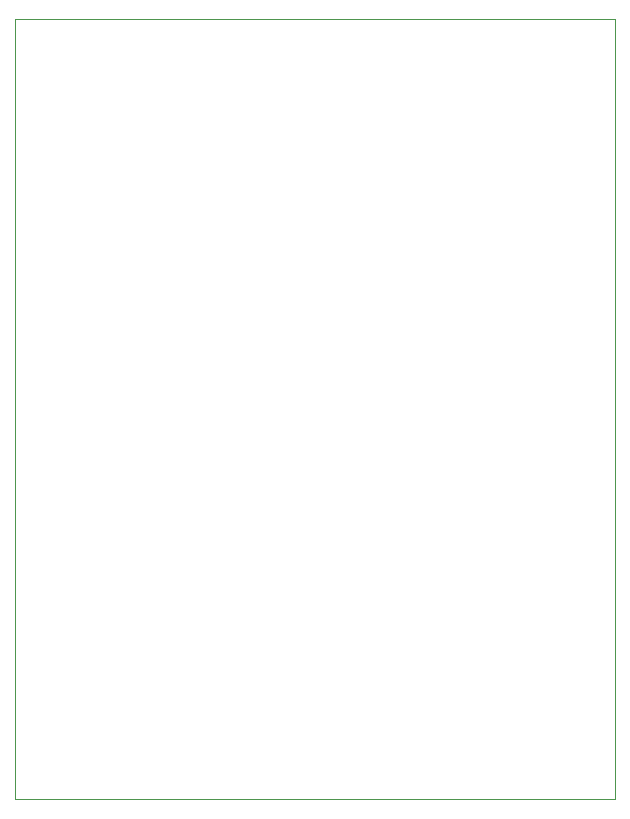
<source format=gm1>
%TF.GenerationSoftware,KiCad,Pcbnew,8.0.2*%
%TF.CreationDate,2024-05-20T12:28:02-04:00*%
%TF.ProjectId,Traffic_Light_PCBv01,54726166-6669-4635-9f4c-696768745f50,v02*%
%TF.SameCoordinates,Original*%
%TF.FileFunction,Profile,NP*%
%FSLAX46Y46*%
G04 Gerber Fmt 4.6, Leading zero omitted, Abs format (unit mm)*
G04 Created by KiCad (PCBNEW 8.0.2) date 2024-05-20 12:28:02*
%MOMM*%
%LPD*%
G01*
G04 APERTURE LIST*
%TA.AperFunction,Profile*%
%ADD10C,0.050000*%
%TD*%
G04 APERTURE END LIST*
D10*
X127000000Y-60960000D02*
X177800000Y-60960000D01*
X177800000Y-127000000D01*
X127000000Y-127000000D01*
X127000000Y-60960000D01*
M02*

</source>
